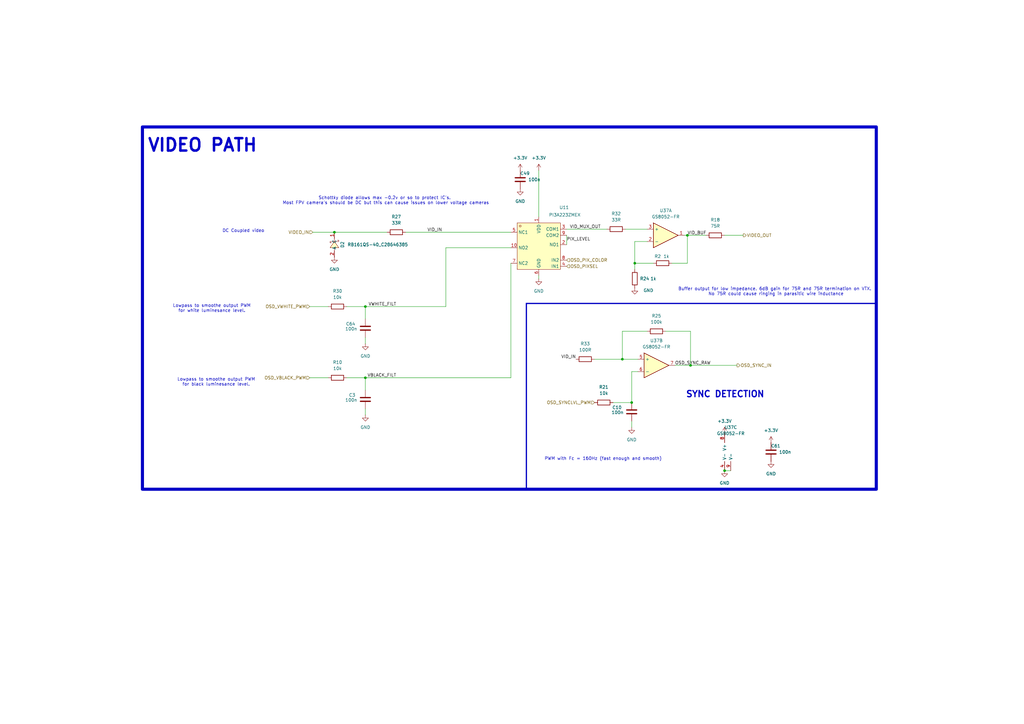
<source format=kicad_sch>
(kicad_sch (version 20250114) (generator "eeschema") (generator_version "9.0")
  (paper "A3")
  (lib_symbols
    (symbol "Device:C" (pin_numbers (hide yes)) (pin_names (offset 0.254))
      (property "Reference" "C" (at 0.635 2.54 0))
      (property "Value" "C" (at 0.635 -2.54 0))
      (symbol "C_0_1"
        (polyline (pts (xy -2.032 0.762) (xy 2.032 0.762)) (stroke (width 0.508)))
        (polyline (pts (xy -2.032 -0.762) (xy 2.032 -0.762)) (stroke (width 0.508)))
      )
      (symbol "C_1_1"
        (pin passive line (at 0 3.81 270) (length 2.794) (name "~") (number "1"))
        (pin passive line (at 0 -3.81 90) (length 2.794) (name "~") (number "2"))
      )
    )
    (symbol "Device:Opamp_Dual"
      (property "Reference" "U37" (at 0 10.16 0))
      (property "Value" "GS8052-FR" (at 0 7.62 0))
      (symbol "Opamp_Dual_1_1"
        (polyline (pts (xy -5.08 5.08) (xy 5.08 0) (xy -5.08 -5.08) (xy -5.08 5.08)) (stroke (width 0.254)) (fill (type background)))
        (pin input line (at -7.62 2.54 0) (length 2.54) (name "+") (number "3"))
        (pin input line (at -7.62 -2.54 0) (length 2.54) (name "-") (number "2"))
        (pin output line (at 7.62 0 180) (length 2.54) (name "~") (number "1"))
      )
      (symbol "Opamp_Dual_2_1"
        (polyline (pts (xy -5.08 5.08) (xy 5.08 0) (xy -5.08 -5.08) (xy -5.08 5.08)) (stroke (width 0.254)) (fill (type background)))
        (pin input line (at -7.62 2.54 0) (length 2.54) (name "+") (number "5"))
        (pin input line (at -7.62 -2.54 0) (length 2.54) (name "-") (number "6"))
        (pin output line (at 7.62 0 180) (length 2.54) (name "~") (number "7"))
      )
      (symbol "Opamp_Dual_3_1"
        (pin power_in line (at -2.54 7.62 270) (length 3.81) (name "V+") (number "8"))
        (pin power_in line (at -2.54 -7.62 90) (length 3.81) (name "V-") (number "4"))
        (pin power_in line (at 0 -7.62 90) (length 3.81) (name "V-") (number "9"))
      )
    )
    (symbol "Device:R" (pin_numbers (hide yes)) (pin_names (offset 0))
      (property "Reference" "R" (at 2.032 0 90))
      (property "Value" "R" (at 0 0 90))
      (symbol "R_0_1"
        (rectangle (start -1.016 -2.54) (end 1.016 2.54) (stroke (width 0.254)))
      )
      (symbol "R_1_1"
        (pin passive line (at 0 3.81 270) (length 1.27) (name "~") (number "1"))
        (pin passive line (at 0 -3.81 90) (length 1.27) (name "~") (number "2"))
      )
    )
    (symbol "Opamp_Dual_1"
      (property "Reference" "U37" (at 0 10.16 0))
      (property "Value" "GS8052-FR" (at 0 7.62 0))
      (symbol "Opamp_Dual_1_1_1"
        (polyline (pts (xy -5.08 5.08) (xy 5.08 0) (xy -5.08 -5.08) (xy -5.08 5.08)) (stroke (width 0.254)) (fill (type background)))
        (pin input line (at -7.62 2.54 0) (length 2.54) (name "+") (number "3"))
        (pin input line (at -7.62 -2.54 0) (length 2.54) (name "-") (number "2"))
        (pin output line (at 7.62 0 180) (length 2.54) (name "~") (number "1"))
      )
      (symbol "Opamp_Dual_1_2_1"
        (polyline (pts (xy -5.08 5.08) (xy 5.08 0) (xy -5.08 -5.08) (xy -5.08 5.08)) (stroke (width 0.254)) (fill (type background)))
        (pin input line (at -7.62 2.54 0) (length 2.54) (name "+") (number "5"))
        (pin input line (at -7.62 -2.54 0) (length 2.54) (name "-") (number "6"))
        (pin output line (at 7.62 0 180) (length 2.54) (name "~") (number "7"))
      )
      (symbol "Opamp_Dual_1_3_1"
        (pin power_in line (at -2.54 7.62 270) (length 3.81) (name "V+") (number "8"))
        (pin power_in line (at -2.54 -7.62 90) (length 3.81) (name "V-") (number "4"))
        (pin power_in line (at 0 -7.62 90) (length 3.81) (name "V-") (number "9"))
      )
    )
    (symbol "Opamp_Dual_2"
      (property "Reference" "U37" (at 0 10.16 0))
      (property "Value" "GS8052-FR" (at 0 7.62 0))
      (symbol "Opamp_Dual_2_1_1"
        (polyline (pts (xy -5.08 5.08) (xy 5.08 0) (xy -5.08 -5.08) (xy -5.08 5.08)) (stroke (width 0.254)) (fill (type background)))
        (pin input line (at -7.62 2.54 0) (length 2.54) (name "+") (number "3"))
        (pin input line (at -7.62 -2.54 0) (length 2.54) (name "-") (number "2"))
        (pin output line (at 7.62 0 180) (length 2.54) (name "~") (number "1"))
      )
      (symbol "Opamp_Dual_2_2_1"
        (polyline (pts (xy -5.08 5.08) (xy 5.08 0) (xy -5.08 -5.08) (xy -5.08 5.08)) (stroke (width 0.254)) (fill (type background)))
        (pin input line (at -7.62 2.54 0) (length 2.54) (name "+") (number "5"))
        (pin input line (at -7.62 -2.54 0) (length 2.54) (name "-") (number "6"))
        (pin output line (at 7.62 0 180) (length 2.54) (name "~") (number "7"))
      )
      (symbol "Opamp_Dual_2_3_1"
        (pin power_in line (at -2.54 7.62 270) (length 3.81) (name "V+") (number "8"))
        (pin power_in line (at -2.54 -7.62 90) (length 3.81) (name "V-") (number "4"))
        (pin power_in line (at 0 -7.62 90) (length 3.81) (name "V-") (number "9"))
      )
    )
    (symbol "lib:PI3A223ZMEX"
      (property "Reference" "U11" (at 10.414 13.97 0))
      (property "Value" "PI3A223ZMEX" (at 10.668 10.922 0))
      (symbol "PI3A223ZMEX_0_1"
        (rectangle (start -8.89 7.62) (end 8.89 -11.43) (fill (type background)))
        (circle (center -7.62 6.35) (radius 0.38))
        (pin unspecified line (at -11.43 3.81 0) (length 2.54) (name "NC1") (number "5"))
        (pin unspecified line (at -11.43 -2.54 0) (length 2.54) (name "NO2") (number "10"))
        (pin unspecified line (at -11.43 -8.89 0) (length 2.54) (name "NC2") (number "7"))
        (pin unspecified line (at 0 10.16 270) (length 2.54) (name "VDD") (number "1"))
        (pin unspecified line (at 0 -13.97 90) (length 2.54) (name "GND") (number "6"))
        (pin unspecified line (at 11.43 5.08 180) (length 2.54) (name "COM1") (number "3"))
        (pin unspecified line (at 11.43 2.54 180) (length 2.54) (name "COM2") (number "9"))
        (pin unspecified line (at 11.43 -1.27 180) (length 2.54) (name "NO1") (number "2"))
        (pin unspecified line (at 11.43 -7.62 180) (length 2.54) (name "IN2") (number "8"))
        (pin unspecified line (at 11.43 -10.16 180) (length 2.54) (name "IN1") (number "4"))
      )
    )
    (symbol "lib:RB161QS-40_C28646385"
      (property "Reference" "D" (at 0 5.08 0))
      (property "Value" "RB161QS-40_C28646385" (at 0 -5.08 0))
      (symbol "RB161QS-40_C28646385_0_1"
        (polyline (pts (xy -1.78 1.27) (xy -1.78 1.78) (xy -1.27 1.78) (xy -1.27 -1.78) (xy -0.76 -1.78) (xy -0.76 -1.27)))
        (polyline (pts (xy -1.27 0) (xy -2.54 0)))
        (polyline (pts (xy 1.27 1.78) (xy -1.27 0) (xy 1.27 -1.78) (xy 1.27 1.78)) (fill (type background)))
        (polyline (pts (xy 2.54 0) (xy 1.27 0)))
        (pin unspecified line (at -5.08 0 0) (length 2.54) (name "C") (number "1"))
        (pin unspecified line (at 5.08 0 180) (length 2.54) (name "A") (number "2"))
      )
    )
    (symbol "power:+3.3V" (power) (pin_numbers (hide yes)) (pin_names (offset 0) (hide yes))
      (property "Value" "+3.3V" (at 0 3.556 0))
      (symbol "+3.3V_0_1"
        (polyline (pts (xy -0.762 1.27) (xy 0 2.54)))
        (polyline (pts (xy 0 2.54) (xy 0.762 1.27)))
        (polyline (pts (xy 0 0) (xy 0 2.54)))
      )
      (symbol "+3.3V_1_1"
        (pin power_in line (at 0 0 90) (length 0) (name "~") (number "1"))
      )
    )
    (symbol "power:GND" (power) (pin_numbers (hide yes)) (pin_names (offset 0) (hide yes))
      (property "Value" "GND" (at 0 -3.81 0))
      (symbol "GND_0_1"
        (polyline (pts (xy 0 0) (xy 0 -1.27) (xy 1.27 -1.27) (xy 0 -2.54) (xy -1.27 -1.27) (xy 0 -1.27)))
      )
      (symbol "GND_1_1"
        (pin power_in line (at 0 0 270) (length 0) (name "~") (number "1"))
      )
    )
  )
  (rectangle (start 215.9 124.46) (end 359.41 200.66) (stroke (width 0.508)))
  (rectangle (start 58.42 52.07) (end 359.41 200.66) (stroke (width 1.27)))
  (text "PWM with Fc = 160Hz (fast enough and smooth)" (at 247.396 188.214 0) (effects (font (size 1.27 1.27))))
  (text "DC Coupled video" (at 99.822 94.742 0) (effects (font (size 1.27 1.27))))
  (text "Buffer output for low impedance. 6dB gain for 75R and 75R termination on VTX. \nNo 75R could cause ringing in parasitic wire inductance\n" (at 318.262 119.634 0) (effects (font (size 1.27 1.27))))
  (text "VIDEO PATH" (at 83.058 59.69 0) (effects (font (size 5.08 5.08) (thickness 1.016) (bold yes))))
  (text "SYNC DETECTION" (at 297.434 161.798 0) (effects (font (size 2.54 2.54) (thickness 0.508) (bold yes))))
  (text "Lowpass to smoothe output PWM \nfor white luminesance level. \n" (at 87.376 126.492 0) (effects (font (size 1.27 1.27))))
  (text "Lowpass to smoothe output PWM \nfor black luminesance level. \n" (at 89.154 156.718 0) (effects (font (size 1.27 1.27))))
  (text "Schottky diode allows max -0.2v or so to protect IC's. \nMost FPV camera's should be DC but this can cause issues on lower voltage cameras" (at 158.242 82.296 0) (effects (font (size 1.27 1.27))))
  (junction (at 255.27 147.32))
  (junction (at 149.86 125.73))
  (junction (at 260.35 107.95))
  (junction (at 281.94 96.52))
  (junction (at 297.18 193.04))
  (junction (at 283.21 149.86))
  (junction (at 149.86 154.94))
  (junction (at 259.08 165.1))
  (junction (at 137.16 95.25))
  (wire (pts (xy 209.55 154.94) (xy 209.55 107.95)))
  (wire (pts (xy 255.27 147.32) (xy 261.62 147.32)))
  (wire (pts (xy 283.21 149.86) (xy 302.26 149.86)))
  (wire (pts (xy 182.88 101.6) (xy 209.55 101.6)))
  (wire (pts (xy 166.37 95.25) (xy 209.55 95.25)))
  (wire (pts (xy 149.86 167.64) (xy 149.86 170.18)))
  (wire (pts (xy 149.86 125.73) (xy 182.88 125.73)))
  (wire (pts (xy 259.08 152.4) (xy 261.62 152.4)))
  (wire (pts (xy 265.43 135.89) (xy 255.27 135.89)))
  (wire (pts (xy 283.21 135.89) (xy 283.21 149.86)))
  (wire (pts (xy 280.67 96.52) (xy 281.94 96.52)))
  (wire (pts (xy 265.43 99.06) (xy 260.35 99.06)))
  (wire (pts (xy 281.94 96.52) (xy 281.94 107.95)))
  (wire (pts (xy 255.27 135.89) (xy 255.27 147.32)))
  (wire (pts (xy 297.18 96.52) (xy 304.8 96.52)))
  (wire (pts (xy 137.16 95.25) (xy 158.75 95.25)))
  (wire (pts (xy 259.08 165.1) (xy 259.08 152.4)))
  (wire (pts (xy 127 125.73) (xy 134.62 125.73)))
  (wire (pts (xy 127 154.94) (xy 134.62 154.94)))
  (wire (pts (xy 275.59 107.95) (xy 281.94 107.95)))
  (wire (pts (xy 276.86 149.86) (xy 283.21 149.86)))
  (wire (pts (xy 260.35 99.06) (xy 260.35 107.95)))
  (wire (pts (xy 149.86 138.43) (xy 149.86 140.97)))
  (wire (pts (xy 256.54 93.98) (xy 265.43 93.98)))
  (wire (pts (xy 232.41 96.52) (xy 232.41 100.33)))
  (wire (pts (xy 259.08 172.72) (xy 259.08 175.26)))
  (wire (pts (xy 267.97 107.95) (xy 260.35 107.95)))
  (wire (pts (xy 281.94 96.52) (xy 289.56 96.52)))
  (wire (pts (xy 149.86 125.73) (xy 149.86 130.81)))
  (wire (pts (xy 232.41 93.98) (xy 248.92 93.98)))
  (wire (pts (xy 142.24 154.94) (xy 149.86 154.94)))
  (wire (pts (xy 220.98 69.85) (xy 220.98 88.9)))
  (wire (pts (xy 142.24 125.73) (xy 149.86 125.73)))
  (wire (pts (xy 149.86 154.94) (xy 209.55 154.94)))
  (wire (pts (xy 182.88 125.73) (xy 182.88 101.6)))
  (wire (pts (xy 220.98 113.03) (xy 220.98 114.3)))
  (wire (pts (xy 260.35 107.95) (xy 260.35 110.49)))
  (wire (pts (xy 243.84 147.32) (xy 255.27 147.32)))
  (wire (pts (xy 128.27 95.25) (xy 137.16 95.25)))
  (wire (pts (xy 273.05 135.89) (xy 283.21 135.89)))
  (wire (pts (xy 297.18 193.04) (xy 299.72 193.04)))
  (wire (pts (xy 251.46 165.1) (xy 259.08 165.1)))
  (wire (pts (xy 149.86 154.94) (xy 149.86 160.02)))
  (label "VID_IN" (at 236.22 147.32 180))
  (label "PIX_LEVEL" (at 232.41 99.06 0))
  (label "VID_IN" (at 175.26 95.25 0))
  (label "OSD_SYNC_RAW" (at 276.86 149.86 0))
  (label "VBLACK_FILT" (at 162.56 154.94 180))
  (label "VID_MUX_OUT" (at 233.68 93.98 0))
  (label "VID_BUF" (at 281.94 96.52 0))
  (label "VWHITE_FILT" (at 162.56 125.73 180))
  (hierarchical_label "OSD_PIXSEL" (shape input) (at 232.41 109.22 0))
  (hierarchical_label "VIDEO_IN" (shape input) (at 128.27 95.25 180))
  (hierarchical_label "OSD_VWHITE_PWM" (shape input) (at 127 125.73 180))
  (hierarchical_label "OSD_SYNC_IN" (shape output) (at 302.26 149.86 0))
  (hierarchical_label "VIDEO_OUT" (shape output) (at 304.8 96.52 0))
  (hierarchical_label "OSD_PIX_COLOR" (shape input) (at 232.41 106.68 0))
  (hierarchical_label "OSD_SYNCLVL_PWM" (shape input) (at 243.84 165.1 180))
  (hierarchical_label "OSD_VBLACK_PWM" (shape input) (at 127 154.94 180))
  (symbol (lib_id "Device:C") (at 213.36 73.66 0) (unit 1)
    (property "Reference" "C49" (at 213.36 71.12 0) (effects (justify left)))
    (property "Value" "100n" (at 216.662 73.66 0) (effects (justify left)))
    (property "Footprint" "Capacitor_SMD:C_0402_1005Metric" (effects (hide yes)))
    (property "LCSC" "C1525" (effects (hide yes)))
  )
  (symbol (lib_id "Device:R") (at 162.56 95.25 90) (unit 1)
    (property "Reference" "R27" (at 162.56 88.9 90))
    (property "Value" "33R" (at 162.56 91.44 90))
    (property "Footprint" "Resistor_SMD:R_0402_1005Metric" (effects (hide yes)))
    (property "Description" "Resistor" (effects (hide yes)))
  )
  (symbol (lib_id "power:GND") (at 316.23 189.23 0) (unit 1)
    (property "Reference" "#PWR0170" (effects (hide yes)))
    (property "Value" "GND" (at 316.23 194.31 0))
    (property "Description" "Power symbol creates a global label with name \"GND\" , ground" (effects (hide yes)))
  )
  (symbol (lib_id "Device:C") (at 316.23 185.42 0) (unit 1)
    (property "Reference" "C61" (at 316.23 182.88 0) (effects (justify left)))
    (property "Value" "100n" (at 319.532 185.42 0) (effects (justify left)))
    (property "Footprint" "Capacitor_SMD:C_0402_1005Metric" (effects (hide yes)))
    (property "LCSC" "C1525" (effects (hide yes)))
  )
  (symbol (lib_id "power:+3.3V") (at 213.36 69.85 0) (unit 1)
    (property "Reference" "#PWR0104" (effects (hide yes)))
    (property "Value" "+3.3V" (at 213.36 64.77 0))
    (property "Description" "Power symbol creates a global label with name \"+3.3V\"" (effects (hide yes)))
  )
  (symbol (lib_id "power:GND") (at 137.16 105.41 0) (unit 1)
    (property "Reference" "#PWR083" (effects (hide yes)))
    (property "Value" "GND" (at 137.16 110.49 0))
    (property "Description" "Power symbol creates a global label with name \"GND\" , ground" (effects (hide yes)))
  )
  (symbol (lib_id "Device:R") (at 252.73 93.98 90) (unit 1)
    (property "Reference" "R32" (at 252.73 87.63 90))
    (property "Value" "33R" (at 252.73 90.17 90))
    (property "Footprint" "Resistor_SMD:R_0402_1005Metric" (effects (hide yes)))
    (property "Description" "Resistor" (effects (hide yes)))
  )
  (symbol (lib_id "power:GND") (at 220.98 114.3 0) (unit 1)
    (property "Reference" "#PWR0197" (effects (hide yes)))
    (property "Value" "GND" (at 220.98 119.38 0))
    (property "Description" "Power symbol creates a global label with name \"GND\" , ground" (effects (hide yes)))
  )
  (symbol (lib_id "power:GND") (at 149.86 170.18 0) (unit 1)
    (property "Reference" "#PWR045" (effects (hide yes)))
    (property "Value" "GND" (at 149.86 175.26 0))
    (property "Description" "Power symbol creates a global label with name \"GND\" , ground" (effects (hide yes)))
  )
  (symbol (lib_id "power:GND") (at 260.35 118.11 0) (unit 1)
    (property "Reference" "#PWR082" (effects (hide yes)))
    (property "Value" "GND" (at 265.938 119.126 0))
    (property "Description" "Power symbol creates a global label with name \"GND\" , ground" (effects (hide yes)))
  )
  (symbol (lib_id "Device:R") (at 269.24 135.89 270) (unit 1)
    (property "Reference" "R25" (at 269.24 129.54 90))
    (property "Value" "100k" (at 269.24 132.08 90))
    (property "Footprint" "Resistor_SMD:R_0402_1005Metric" (effects (hide yes)))
    (property "Description" "Resistor" (effects (hide yes)))
  )
  (symbol (lib_id "lib:PI3A223ZMEX") (at 220.98 99.06 0) (unit 1)
    (property "Reference" "U11" (at 231.394 85.09 0))
    (property "Value" "PI3A223ZMEX" (at 231.648 88.138 0))
    (property "Footprint" "lib:UQFN-10_L1.8-W1.4-P0.40-TL" (effects (hide yes)))
    (property "LCSC Part" "C2673436" (effects (hide yes)))
  )
  (symbol (lib_id "lib:RB161QS-40_C28646385") (at 137.16 100.33 270) (unit 1)
    (property "Reference" "D2" (at 140.462 100.33 0))
    (property "Value" "RB161QS-40_C28646385" (at 154.94 100.33 90))
    (property "Footprint" "lib:SOD-882_L1.0-W0.6-RD" (effects (hide yes)))
    (property "LCSC Part" "C28646385" (effects (hide yes)))
  )
  (symbol (lib_id "Device:R") (at 271.78 107.95 90) (unit 1)
    (property "Reference" "R2" (at 269.748 105.156 90))
    (property "Value" "1k" (at 273.304 105.156 90))
    (property "Footprint" "Resistor_SMD:R_0402_1005Metric" (effects (hide yes)))
    (property "Description" "Resistor" (effects (hide yes)))
  )
  (symbol (lib_id "power:GND") (at 297.18 193.04 0) (unit 1)
    (property "Reference" "#PWR0172" (effects (hide yes)))
    (property "Value" "GND" (at 297.18 198.12 0))
    (property "Description" "Power symbol creates a global label with name \"GND\" , ground" (effects (hide yes)))
  )
  (symbol (lib_name "Opamp_Dual_1") (lib_id "Device:Opamp_Dual") (at 269.24 149.86 0) (unit 2)
    (property "Reference" "U37" (at 269.24 139.7 0))
    (property "Value" "GS8052-FR" (at 269.24 142.24 0))
    (property "Footprint" "Package_SON:WSON-8-1EP_2x2mm_P0.5mm_EP0.9x1.6mm" (effects (hide yes)))
    (property "Description" "Dual operational amplifier" (effects (hide yes)))
    (property "Sim.Library" "${KICAD9_SYMBOL_DIR}/Simulation_SPICE.sp" (effects (hide yes)))
    (property "Sim.Name" "kicad_builtin_opamp_dual" (effects (hide yes)))
    (property "Sim.Device" "SUBCKT" (effects (hide yes)))
    (property "Sim.Pins" "1=out1 2=in1- 3=in1+ 4=vee 5=in2+ 6=in2- 7=out2 8=vcc" (effects (hide yes)))
    (property "LCSC" "C605423" (effects (hide yes)))
  )
  (symbol (lib_id "Device:R") (at 138.43 154.94 90) (unit 1)
    (property "Reference" "R10" (at 138.43 148.59 90))
    (property "Value" "10k" (at 138.43 151.13 90))
    (property "Footprint" "Resistor_SMD:R_0402_1005Metric" (effects (hide yes)))
    (property "Description" "Resistor" (effects (hide yes)))
  )
  (symbol (lib_id "power:+3.3V") (at 316.23 181.61 0) (unit 1)
    (property "Reference" "#PWR0169" (effects (hide yes)))
    (property "Value" "+3.3V" (at 316.23 176.53 0))
    (property "Description" "Power symbol creates a global label with name \"+3.3V\"" (effects (hide yes)))
  )
  (symbol (lib_id "Device:R") (at 240.03 147.32 90) (unit 1)
    (property "Reference" "R33" (at 240.03 140.97 90))
    (property "Value" "100R" (at 240.03 143.51 90))
    (property "Footprint" "Resistor_SMD:R_0402_1005Metric" (effects (hide yes)))
    (property "Description" "Resistor" (effects (hide yes)))
  )
  (symbol (lib_id "Device:R") (at 293.37 96.52 90) (unit 1)
    (property "Reference" "R18" (at 293.37 90.17 90))
    (property "Value" "75R" (at 293.37 92.71 90))
    (property "Footprint" "Resistor_SMD:R_0402_1005Metric" (effects (hide yes)))
    (property "Description" "Resistor" (effects (hide yes)))
  )
  (symbol (lib_id "power:GND") (at 149.86 140.97 0) (unit 1)
    (property "Reference" "#PWR0190" (effects (hide yes)))
    (property "Value" "GND" (at 149.86 146.05 0))
    (property "Description" "Power symbol creates a global label with name \"GND\" , ground" (effects (hide yes)))
  )
  (symbol (lib_id "power:+3.3V") (at 297.18 177.8 0) (unit 1)
    (property "Reference" "#PWR0171" (effects (hide yes)))
    (property "Value" "+3.3V" (at 297.18 172.72 0))
    (property "Description" "Power symbol creates a global label with name \"+3.3V\"" (effects (hide yes)))
  )
  (symbol (lib_id "Device:R") (at 260.35 114.3 180) (unit 1)
    (property "Reference" "R24" (at 264.414 114.3 0))
    (property "Value" "1k" (at 267.97 114.3 0))
    (property "Footprint" "Resistor_SMD:R_0402_1005Metric" (effects (hide yes)))
    (property "Description" "Resistor" (effects (hide yes)))
  )
  (symbol (lib_id "Device:Opamp_Dual") (at 273.05 96.52 0) (unit 1)
    (property "Reference" "U37" (at 273.05 86.36 0))
    (property "Value" "GS8052-FR" (at 273.05 88.9 0))
    (property "Footprint" "Package_SON:WSON-8-1EP_2x2mm_P0.5mm_EP0.9x1.6mm" (effects (hide yes)))
    (property "Description" "Dual operational amplifier" (effects (hide yes)))
    (property "Sim.Library" "${KICAD9_SYMBOL_DIR}/Simulation_SPICE.sp" (effects (hide yes)))
    (property "Sim.Name" "kicad_builtin_opamp_dual" (effects (hide yes)))
    (property "Sim.Device" "SUBCKT" (effects (hide yes)))
    (property "Sim.Pins" "1=out1 2=in1- 3=in1+ 4=vee 5=in2+ 6=in2- 7=out2 8=vcc" (effects (hide yes)))
    (property "LCSC" "C605423" (effects (hide yes)))
  )
  (symbol (lib_id "Device:R") (at 247.65 165.1 90) (unit 1)
    (property "Reference" "R21" (at 247.65 158.75 90))
    (property "Value" "10k" (at 247.65 161.29 90))
    (property "Footprint" "Resistor_SMD:R_0402_1005Metric" (effects (hide yes)))
    (property "Description" "Resistor" (effects (hide yes)))
  )
  (symbol (lib_id "power:GND") (at 259.08 175.26 0) (unit 1)
    (property "Reference" "#PWR041" (effects (hide yes)))
    (property "Value" "GND" (at 259.08 180.34 0))
    (property "Description" "Power symbol creates a global label with name \"GND\" , ground" (effects (hide yes)))
  )
  (symbol (lib_id "power:GND") (at 213.36 77.47 0) (unit 1)
    (property "Reference" "#PWR0129" (effects (hide yes)))
    (property "Value" "GND" (at 213.36 82.55 0))
    (property "Description" "Power symbol creates a global label with name \"GND\" , ground" (effects (hide yes)))
  )
  (symbol (lib_id "Device:C") (at 259.08 168.91 180) (unit 1)
    (property "Reference" "C10" (at 255.016 167.132 0) (effects (justify left)))
    (property "Value" "100n" (at 255.778 169.164 0) (effects (justify left)))
    (property "Footprint" "Capacitor_SMD:C_0402_1005Metric" (effects (hide yes)))
    (property "LCSC" "C1525" (effects (hide yes)))
  )
  (symbol (lib_id "power:+3.3V") (at 220.98 69.85 0) (unit 1)
    (property "Reference" "#PWR0168" (effects (hide yes)))
    (property "Value" "+3.3V" (at 220.98 64.77 0))
    (property "Description" "Power symbol creates a global label with name \"+3.3V\"" (effects (hide yes)))
  )
  (symbol (lib_name "Opamp_Dual_2") (lib_id "Device:Opamp_Dual") (at 299.72 185.42 0) (unit 3)
    (property "Reference" "U37" (at 299.72 175.26 0))
    (property "Value" "GS8052-FR" (at 299.72 177.8 0))
    (property "Footprint" "Package_SON:WSON-8-1EP_2x2mm_P0.5mm_EP0.9x1.6mm" (effects (hide yes)))
    (property "Description" "Dual operational amplifier" (effects (hide yes)))
    (property "Sim.Library" "${KICAD9_SYMBOL_DIR}/Simulation_SPICE.sp" (effects (hide yes)))
    (property "Sim.Name" "kicad_builtin_opamp_dual" (effects (hide yes)))
    (property "Sim.Device" "SUBCKT" (effects (hide yes)))
    (property "Sim.Pins" "1=out1 2=in1- 3=in1+ 4=vee 5=in2+ 6=in2- 7=out2 8=vcc" (effects (hide yes)))
    (property "LCSC" "C605423" (effects (hide yes)))
  )
  (symbol (lib_id "Device:C") (at 149.86 134.62 180) (unit 1)
    (property "Reference" "C64" (at 145.796 132.842 0) (effects (justify left)))
    (property "Value" "100n" (at 146.558 134.874 0) (effects (justify left)))
    (property "Footprint" "Capacitor_SMD:C_0402_1005Metric" (effects (hide yes)))
    (property "LCSC" "C1525" (effects (hide yes)))
  )
  (symbol (lib_id "Device:R") (at 138.43 125.73 90) (unit 1)
    (property "Reference" "R30" (at 138.43 119.38 90))
    (property "Value" "10k" (at 138.43 121.92 90))
    (property "Footprint" "Resistor_SMD:R_0402_1005Metric" (effects (hide yes)))
    (property "Description" "Resistor" (effects (hide yes)))
  )
  (symbol (lib_id "Device:C") (at 149.86 163.83 180) (unit 1)
    (property "Reference" "C3" (at 145.796 162.052 0) (effects (justify left)))
    (property "Value" "100n" (at 146.558 164.084 0) (effects (justify left)))
    (property "Footprint" "Capacitor_SMD:C_0402_1005Metric" (effects (hide yes)))
    (property "LCSC" "C1525" (effects (hide yes)))
  )
)
</source>
